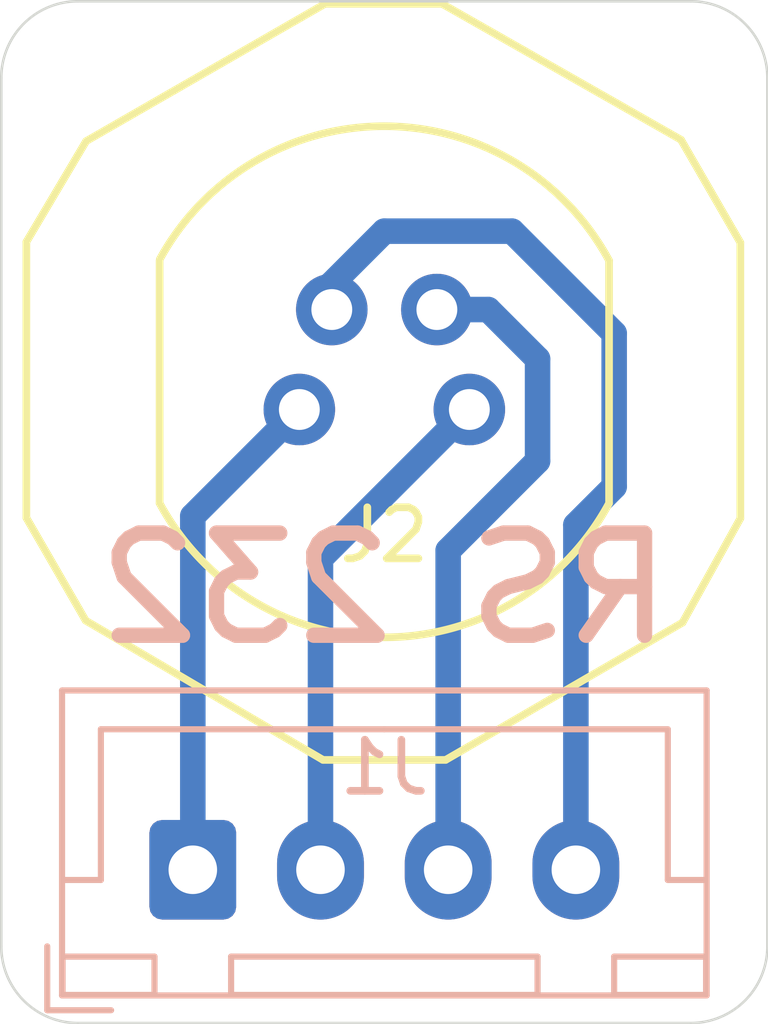
<source format=kicad_pcb>
(kicad_pcb (version 20171130) (host pcbnew "(5.1.0)-1")

  (general
    (thickness 1.6)
    (drawings 9)
    (tracks 16)
    (zones 0)
    (modules 2)
    (nets 5)
  )

  (page A4)
  (layers
    (0 F.Cu signal)
    (31 B.Cu signal)
    (32 B.Adhes user)
    (33 F.Adhes user)
    (34 B.Paste user)
    (35 F.Paste user)
    (36 B.SilkS user)
    (37 F.SilkS user)
    (38 B.Mask user)
    (39 F.Mask user)
    (40 Dwgs.User user)
    (41 Cmts.User user)
    (42 Eco1.User user)
    (43 Eco2.User user)
    (44 Edge.Cuts user)
    (45 Margin user)
    (46 B.CrtYd user)
    (47 F.CrtYd user)
    (48 B.Fab user)
    (49 F.Fab user)
  )

  (setup
    (last_trace_width 0.3)
    (trace_clearance 0.3)
    (zone_clearance 0.508)
    (zone_45_only no)
    (trace_min 0.2)
    (via_size 0.8)
    (via_drill 0.4)
    (via_min_size 0.4)
    (via_min_drill 0.3)
    (uvia_size 0.3)
    (uvia_drill 0.1)
    (uvias_allowed no)
    (uvia_min_size 0.2)
    (uvia_min_drill 0.1)
    (edge_width 0.05)
    (segment_width 0.2)
    (pcb_text_width 0.3)
    (pcb_text_size 1.5 1.5)
    (mod_edge_width 0.12)
    (mod_text_size 1 1)
    (mod_text_width 0.15)
    (pad_size 1.524 1.524)
    (pad_drill 0.762)
    (pad_to_mask_clearance 0.051)
    (solder_mask_min_width 0.25)
    (aux_axis_origin 142.5 98)
    (visible_elements 7FFFFFFF)
    (pcbplotparams
      (layerselection 0x010f0_ffffffff)
      (usegerberextensions false)
      (usegerberattributes false)
      (usegerberadvancedattributes false)
      (creategerberjobfile false)
      (excludeedgelayer true)
      (linewidth 0.100000)
      (plotframeref false)
      (viasonmask false)
      (mode 1)
      (useauxorigin true)
      (hpglpennumber 1)
      (hpglpenspeed 20)
      (hpglpendiameter 15.000000)
      (psnegative false)
      (psa4output false)
      (plotreference true)
      (plotvalue true)
      (plotinvisibletext false)
      (padsonsilk false)
      (subtractmaskfromsilk false)
      (outputformat 1)
      (mirror false)
      (drillshape 0)
      (scaleselection 1)
      (outputdirectory "Gerber"))
  )

  (net 0 "")
  (net 1 "Net-(J1-Pad4)")
  (net 2 "Net-(J1-Pad3)")
  (net 3 "Net-(J1-Pad2)")
  (net 4 "Net-(J1-Pad1)")

  (net_class Default "Dies ist die voreingestellte Netzklasse."
    (clearance 0.3)
    (trace_width 0.3)
    (via_dia 0.8)
    (via_drill 0.4)
    (uvia_dia 0.3)
    (uvia_drill 0.1)
    (add_net "Net-(J1-Pad1)")
    (add_net "Net-(J1-Pad2)")
    (add_net "Net-(J1-Pad3)")
    (add_net "Net-(J1-Pad4)")
  )

  (module ak:RSMHL_4 (layer F.Cu) (tedit 5CC18DBF) (tstamp 5CBEDD0E)
    (at 150 85.45)
    (path /5CBE7DD2)
    (fp_text reference J2 (at 0 3) (layer F.SilkS)
      (effects (font (size 1 1) (thickness 0.15)))
    )
    (fp_text value M8 (at 0.5 -3.5) (layer F.Fab)
      (effects (font (size 1 1) (thickness 0.15)))
    )
    (fp_line (start -1.2 7.4) (end -5.846856 4.672947) (layer F.SilkS) (width 0.15))
    (fp_line (start -5.846856 4.672947) (end -7.008588 2.66077) (layer F.SilkS) (width 0.15))
    (fp_line (start 1.2 7.4) (end -1.2 7.4) (layer F.SilkS) (width 0.15))
    (fp_line (start -7.008588 2.66077) (end -7.008588 -2.73923) (layer F.SilkS) (width 0.15))
    (fp_line (start -7.008588 -2.73923) (end -5.838269 -4.712178) (layer F.SilkS) (width 0.15))
    (fp_line (start 1.132051 -7.4) (end -1.161731 -7.4) (layer F.SilkS) (width 0.15))
    (fp_line (start 5.808588 -4.73923) (end 1.132051 -7.4) (layer F.SilkS) (width 0.15))
    (fp_line (start 6.970319 -2.727053) (end 5.808588 -4.73923) (layer F.SilkS) (width 0.15))
    (fp_line (start 6.970319 2.672947) (end 6.970319 -2.727053) (layer F.SilkS) (width 0.15))
    (fp_line (start 5.838269 4.712178) (end 6.970319 2.672947) (layer F.SilkS) (width 0.15))
    (fp_line (start 1.2 7.4) (end 5.838269 4.712178) (layer F.SilkS) (width 0.15))
    (fp_line (start -5.838269 -4.712178) (end -1.161731 -7.4) (layer F.SilkS) (width 0.15))
    (fp_arc (start 0 0) (end -4.4 2.375) (angle -123.2820731) (layer F.SilkS) (width 0.15))
    (fp_arc (start -0.004784 0) (end 4.4 -2.375) (angle -122.9991908) (layer F.SilkS) (width 0.15))
    (fp_line (start 4.4 -2.375) (end 4.4 2.375) (layer F.SilkS) (width 0.15))
    (fp_line (start -4.4 -2.375) (end -4.4 2.375) (layer F.SilkS) (width 0.15))
    (pad 4 thru_hole circle (at -1.028624 -1.41578) (size 1.4 1.4) (drill 0.8) (layers *.Cu *.Mask)
      (net 1 "Net-(J1-Pad4)"))
    (pad 3 thru_hole circle (at 1.028624 -1.41578) (size 1.4 1.4) (drill 0.8) (layers *.Cu *.Mask)
      (net 2 "Net-(J1-Pad3)"))
    (pad 2 thru_hole circle (at 1.664349 0.54078) (size 1.4 1.4) (drill 0.8) (layers *.Cu *.Mask)
      (net 3 "Net-(J1-Pad2)"))
    (pad 1 thru_hole circle (at -1.664349 0.54078) (size 1.4 1.4) (drill 0.8) (layers *.Cu *.Mask)
      (net 4 "Net-(J1-Pad1)"))
    (model ${KICAD_USER_3DMOD}/Connector_LUMBERG_RSMHL_4S_55.STEP
      (offset (xyz 0 0 1))
      (scale (xyz 1 1 1))
      (rotate (xyz -90 0 90))
    )
  )

  (module Connector_JST:JST_XH_B4B-XH-A_1x04_P2.50mm_Vertical (layer B.Cu) (tedit 5CBE7EF5) (tstamp 5CBED82A)
    (at 146.25 95)
    (descr "JST XH series connector, B4B-XH-A (http://www.jst-mfg.com/product/pdf/eng/eXH.pdf), generated with kicad-footprint-generator")
    (tags "connector JST XH vertical")
    (path /5CBE7EA2)
    (fp_text reference J1 (at 3.75 -2) (layer B.SilkS)
      (effects (font (size 1 1) (thickness 0.15)) (justify mirror))
    )
    (fp_text value "JST XH " (at 3.75 -4.6) (layer B.Fab)
      (effects (font (size 1 1) (thickness 0.15)) (justify mirror))
    )
    (fp_text user %R (at 3.75 -2.7) (layer B.Fab)
      (effects (font (size 1 1) (thickness 0.15)) (justify mirror))
    )
    (fp_line (start -2.85 2.75) (end -2.85 1.5) (layer B.SilkS) (width 0.12))
    (fp_line (start -1.6 2.75) (end -2.85 2.75) (layer B.SilkS) (width 0.12))
    (fp_line (start 9.3 -2.75) (end 3.75 -2.75) (layer B.SilkS) (width 0.12))
    (fp_line (start 9.3 0.2) (end 9.3 -2.75) (layer B.SilkS) (width 0.12))
    (fp_line (start 10.05 0.2) (end 9.3 0.2) (layer B.SilkS) (width 0.12))
    (fp_line (start -1.8 -2.75) (end 3.75 -2.75) (layer B.SilkS) (width 0.12))
    (fp_line (start -1.8 0.2) (end -1.8 -2.75) (layer B.SilkS) (width 0.12))
    (fp_line (start -2.55 0.2) (end -1.8 0.2) (layer B.SilkS) (width 0.12))
    (fp_line (start 10.05 2.45) (end 8.25 2.45) (layer B.SilkS) (width 0.12))
    (fp_line (start 10.05 1.7) (end 10.05 2.45) (layer B.SilkS) (width 0.12))
    (fp_line (start 8.25 1.7) (end 10.05 1.7) (layer B.SilkS) (width 0.12))
    (fp_line (start 8.25 2.45) (end 8.25 1.7) (layer B.SilkS) (width 0.12))
    (fp_line (start -0.75 2.45) (end -2.55 2.45) (layer B.SilkS) (width 0.12))
    (fp_line (start -0.75 1.7) (end -0.75 2.45) (layer B.SilkS) (width 0.12))
    (fp_line (start -2.55 1.7) (end -0.75 1.7) (layer B.SilkS) (width 0.12))
    (fp_line (start -2.55 2.45) (end -2.55 1.7) (layer B.SilkS) (width 0.12))
    (fp_line (start 6.75 2.45) (end 0.75 2.45) (layer B.SilkS) (width 0.12))
    (fp_line (start 6.75 1.7) (end 6.75 2.45) (layer B.SilkS) (width 0.12))
    (fp_line (start 0.75 1.7) (end 6.75 1.7) (layer B.SilkS) (width 0.12))
    (fp_line (start 0.75 2.45) (end 0.75 1.7) (layer B.SilkS) (width 0.12))
    (fp_line (start 0 1.35) (end 0.625 2.35) (layer B.Fab) (width 0.1))
    (fp_line (start -0.625 2.35) (end 0 1.35) (layer B.Fab) (width 0.1))
    (fp_line (start 10.45 2.85) (end -2.95 2.85) (layer B.CrtYd) (width 0.05))
    (fp_line (start 10.45 -3.9) (end 10.45 2.85) (layer B.CrtYd) (width 0.05))
    (fp_line (start -2.95 -3.9) (end 10.45 -3.9) (layer B.CrtYd) (width 0.05))
    (fp_line (start -2.95 2.85) (end -2.95 -3.9) (layer B.CrtYd) (width 0.05))
    (fp_line (start 10.06 2.46) (end -2.56 2.46) (layer B.SilkS) (width 0.12))
    (fp_line (start 10.06 -3.51) (end 10.06 2.46) (layer B.SilkS) (width 0.12))
    (fp_line (start -2.56 -3.51) (end 10.06 -3.51) (layer B.SilkS) (width 0.12))
    (fp_line (start -2.56 2.46) (end -2.56 -3.51) (layer B.SilkS) (width 0.12))
    (fp_line (start 9.95 2.35) (end -2.45 2.35) (layer B.Fab) (width 0.1))
    (fp_line (start 9.95 -3.4) (end 9.95 2.35) (layer B.Fab) (width 0.1))
    (fp_line (start -2.45 -3.4) (end 9.95 -3.4) (layer B.Fab) (width 0.1))
    (fp_line (start -2.45 2.35) (end -2.45 -3.4) (layer B.Fab) (width 0.1))
    (pad 4 thru_hole oval (at 7.5 0) (size 1.7 1.95) (drill 0.95) (layers *.Cu *.Mask)
      (net 1 "Net-(J1-Pad4)"))
    (pad 3 thru_hole oval (at 5 0) (size 1.7 1.95) (drill 0.95) (layers *.Cu *.Mask)
      (net 2 "Net-(J1-Pad3)"))
    (pad 2 thru_hole oval (at 2.5 0) (size 1.7 1.95) (drill 0.95) (layers *.Cu *.Mask)
      (net 3 "Net-(J1-Pad2)"))
    (pad 1 thru_hole roundrect (at 0 0) (size 1.7 1.95) (drill 0.95) (layers *.Cu *.Mask) (roundrect_rratio 0.147059)
      (net 4 "Net-(J1-Pad1)"))
    (model ${KISYS3DMOD}/Connector_JST.3dshapes/JST_XH_B04B-XH-A_1x04_P2.50mm_Vertical.wrl
      (at (xyz 0 0 0))
      (scale (xyz 1 1 1))
      (rotate (xyz 0 0 0))
    )
  )

  (gr_arc (start 156 79.5) (end 157.5 79.5) (angle -90) (layer Edge.Cuts) (width 0.05) (tstamp 5CBEE27B))
  (gr_arc (start 156 96.5) (end 156 98) (angle -90) (layer Edge.Cuts) (width 0.05) (tstamp 5CBEE27B))
  (gr_arc (start 144 96.5) (end 142.5 96.5) (angle -90) (layer Edge.Cuts) (width 0.05) (tstamp 5CBEE27B))
  (gr_arc (start 144 79.5) (end 144 78) (angle -90) (layer Edge.Cuts) (width 0.05))
  (gr_text "RS 232" (at 150 89.5) (layer B.SilkS)
    (effects (font (size 2 2) (thickness 0.3)) (justify mirror))
  )
  (gr_line (start 156 98) (end 144 98) (layer Edge.Cuts) (width 0.05) (tstamp 5CBED4D2))
  (gr_line (start 157.5 79.5) (end 157.5 96.5) (layer Edge.Cuts) (width 0.05))
  (gr_line (start 144 78) (end 156 78) (layer Edge.Cuts) (width 0.05))
  (gr_line (start 142.5 96.5) (end 142.5 79.5) (layer Edge.Cuts) (width 0.05))

  (segment (start 148.971376 83.528624) (end 148.971376 84.03422) (width 0.5) (layer B.Cu) (net 1))
  (segment (start 153.75 88.25) (end 154.5 87.5) (width 0.5) (layer B.Cu) (net 1))
  (segment (start 153.75 95) (end 153.75 88.25) (width 0.5) (layer B.Cu) (net 1))
  (segment (start 152.5 82.5) (end 150 82.5) (width 0.5) (layer B.Cu) (net 1))
  (segment (start 154.5 87.5) (end 154.5 84.5) (width 0.5) (layer B.Cu) (net 1))
  (segment (start 154.5 84.5) (end 152.5 82.5) (width 0.5) (layer B.Cu) (net 1))
  (segment (start 150 82.5) (end 148.971376 83.528624) (width 0.5) (layer B.Cu) (net 1))
  (segment (start 152.03422 84.03422) (end 151.028624 84.03422) (width 0.5) (layer B.Cu) (net 2))
  (segment (start 153 85) (end 152.03422 84.03422) (width 0.5) (layer B.Cu) (net 2))
  (segment (start 153 87) (end 153 85) (width 0.5) (layer B.Cu) (net 2))
  (segment (start 151.25 95) (end 151.25 88.75) (width 0.5) (layer B.Cu) (net 2))
  (segment (start 151.25 88.75) (end 153 87) (width 0.5) (layer B.Cu) (net 2))
  (segment (start 148.75 88.905129) (end 151.664349 85.99078) (width 0.5) (layer B.Cu) (net 3))
  (segment (start 148.75 95) (end 148.75 88.905129) (width 0.5) (layer B.Cu) (net 3))
  (segment (start 146.25 88.076431) (end 148.335651 85.99078) (width 0.5) (layer B.Cu) (net 4))
  (segment (start 146.25 95) (end 146.25 88.076431) (width 0.5) (layer B.Cu) (net 4))

)

</source>
